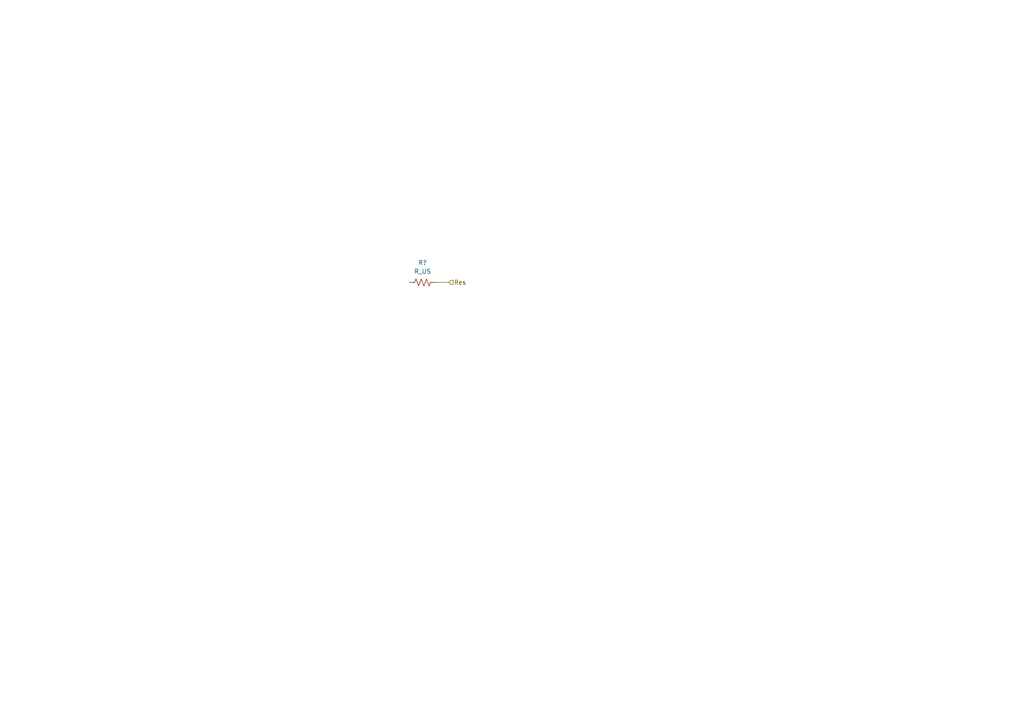
<source format=kicad_sch>
(kicad_sch (version 20211123) (generator eeschema)
  (paper "A4")
  (lib_symbols
    (symbol "Device:R_US" (pin_numbers hide) (pin_names (offset 0))
      (property "Reference" "R" (at 2.54 0 90))
      (property "Value" "R_US" (at -2.54 0 90))
      (symbol "R_US_0_1"
        (polyline (pts (xy 0 -2.286) (xy 0 -2.54)))
        (polyline (pts (xy 0 2.286) (xy 0 2.54)))
        (polyline (pts (xy 0 -0.762) (xy 1.016 -1.143) (xy 0 -1.524) (xy -1.016 -1.905) (xy 0 -2.286)))
        (polyline (pts (xy 0 0.762) (xy 1.016 0.381) (xy 0 0) (xy -1.016 -0.381) (xy 0 -0.762)))
        (polyline (pts (xy 0 2.286) (xy 1.016 1.905) (xy 0 1.524) (xy -1.016 1.143) (xy 0 0.762)))
      )
      (symbol "R_US_1_1"
        (pin passive line (at 0 3.81 270) (length 1.27) (name "~") (number "1"))
        (pin passive line (at 0 -3.81 90) (length 1.27) (name "~") (number "2"))
      )
    )
  )
  (wire (pts (xy 126.365 81.915) (xy 130.175 81.915)))
  (hierarchical_label "Res" (shape input) (at 130.175 81.915 0))
  (symbol (lib_id "Device:R_US") (at 122.555 81.915 90) (unit 1)
    (property "Reference" "R?" (at 122.555 76.2 90))
    (property "Value" "R_US" (at 122.555 78.74 90))
  )
)
</source>
